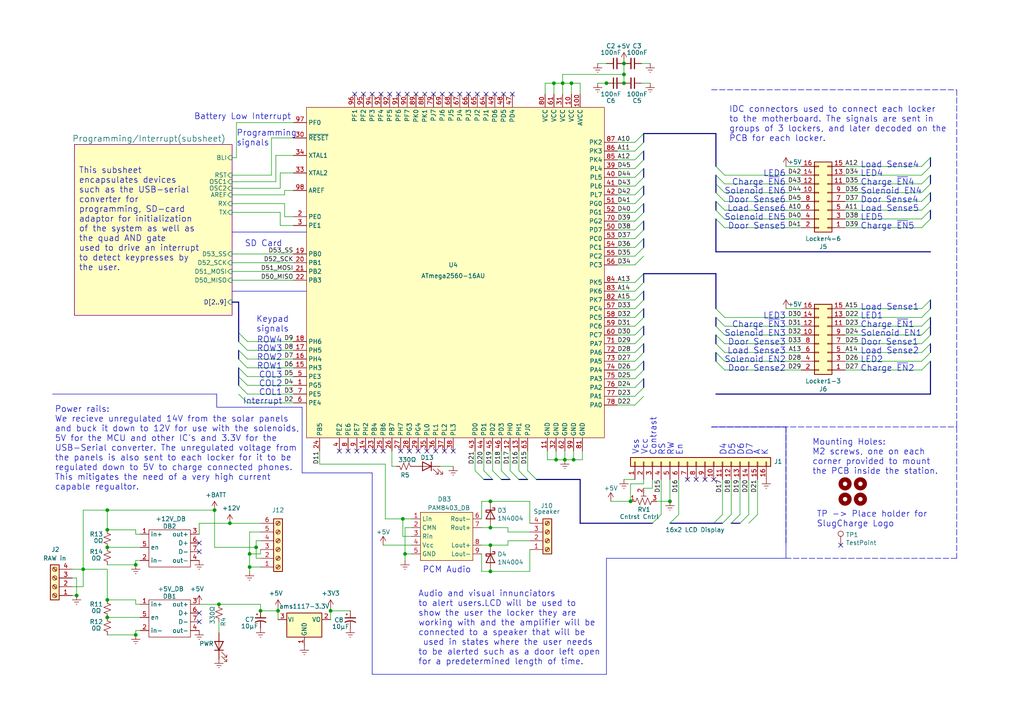
<source format=kicad_sch>
(kicad_sch (version 20200512) (host eeschema "(5.99.0-1662-g9db296991)")
  (page 1 2)
  (paper "A4")
  (title_block (title "SlughCharge Motherboard") (date "2020-05-23") (rev "4.1") (company "SlugCharge") (comment 1 "Engineer: Aditya Sehgal"))
  (junction (at 22.225 172.72))
  (junction (at 24.13 165.1))
  (junction (at 31.115 147.955))
  (junction (at 31.115 153.67))
  (junction (at 31.115 158.75))
  (junction (at 31.115 173.99))
  (junction (at 31.115 179.07))
  (junction (at 39.37 163.83))
  (junction (at 39.37 184.15))
  (junction (at 62.23 147.955))
  (junction (at 63.5 175.26))
  (junction (at 66.675 151.765))
  (junction (at 72.39 160.655))
  (junction (at 72.39 164.465))
  (junction (at 74.295 158.75))
  (junction (at 75.565 177.165))
  (junction (at 80.645 177.165))
  (junction (at 95.885 177.165))
  (junction (at 116.84 150.495))
  (junction (at 117.475 160.655))
  (junction (at 142.24 145.415))
  (junction (at 142.24 153.035))
  (junction (at 142.24 158.115))
  (junction (at 142.24 165.735))
  (junction (at 160.655 24.13))
  (junction (at 161.29 133.35))
  (junction (at 163.195 24.13))
  (junction (at 163.83 133.35))
  (junction (at 165.735 24.13))
  (junction (at 166.37 133.35))
  (junction (at 175.895 24.13))
  (junction (at 180.975 18.415))
  (junction (at 180.975 21.59))
  (junction (at 180.975 24.13))
  (junction (at 182.88 145.415))
  (junction (at 194.31 145.415))
  (no_connect (at 199.39 139.065))
  (no_connect (at 103.505 130.81))
  (no_connect (at 110.49 27.305))
  (no_connect (at 123.19 27.305))
  (no_connect (at 121.285 130.81))
  (no_connect (at 113.03 27.305))
  (no_connect (at 125.73 27.305))
  (no_connect (at 105.41 27.305))
  (no_connect (at 57.785 160.02))
  (no_connect (at 143.51 27.305))
  (no_connect (at 135.89 27.305))
  (no_connect (at 243.84 158.115))
  (no_connect (at 57.785 177.8))
  (no_connect (at 207.01 139.065))
  (no_connect (at 106.045 130.81))
  (no_connect (at 140.97 27.305))
  (no_connect (at 138.43 27.305))
  (no_connect (at 118.11 27.305))
  (no_connect (at 120.65 27.305))
  (no_connect (at 102.87 27.305))
  (no_connect (at 115.57 27.305))
  (no_connect (at 118.745 130.81))
  (no_connect (at 131.445 130.81))
  (no_connect (at 204.47 139.065))
  (no_connect (at 128.27 27.305))
  (no_connect (at 107.95 27.305))
  (no_connect (at 146.05 27.305))
  (no_connect (at 116.205 130.81))
  (no_connect (at 100.965 130.81))
  (no_connect (at 108.585 130.81))
  (no_connect (at 130.81 27.305))
  (no_connect (at 201.93 139.065))
  (no_connect (at 133.35 27.305))
  (no_connect (at 57.785 180.34))
  (no_connect (at 123.825 130.81))
  (no_connect (at 57.785 157.48))
  (no_connect (at 126.365 130.81))
  (no_connect (at 111.125 130.81))
  (no_connect (at 148.59 27.305))
  (no_connect (at 98.425 130.81))
  (no_connect (at 128.905 130.81))
  (bus_entry (at 69.215 96.52) (size 2.54 2.54))
  (bus_entry (at 71.755 101.6) (size -2.54 -2.54))
  (bus_entry (at 71.755 104.14) (size -2.54 -2.54))
  (bus_entry (at 71.755 106.68) (size -2.54 -2.54))
  (bus_entry (at 71.755 109.22) (size -2.54 -2.54))
  (bus_entry (at 71.755 111.76) (size -2.54 -2.54))
  (bus_entry (at 71.755 114.3) (size -2.54 -2.54))
  (bus_entry (at 71.755 116.84) (size -2.54 -2.54))
  (bus_entry (at 140.335 139.065) (size -2.54 -2.54))
  (bus_entry (at 142.875 139.065) (size -2.54 -2.54))
  (bus_entry (at 145.415 139.065) (size -2.54 -2.54))
  (bus_entry (at 147.955 139.065) (size -2.54 -2.54))
  (bus_entry (at 150.495 139.065) (size -2.54 -2.54))
  (bus_entry (at 153.035 139.065) (size -2.54 -2.54))
  (bus_entry (at 155.575 139.065) (size -2.54 -2.54))
  (bus_entry (at 184.15 41.275) (size 2.54 -2.54))
  (bus_entry (at 184.15 43.815) (size 2.54 -2.54))
  (bus_entry (at 184.15 46.355) (size 2.54 -2.54))
  (bus_entry (at 184.15 48.895) (size 2.54 -2.54))
  (bus_entry (at 184.15 51.435) (size 2.54 -2.54))
  (bus_entry (at 184.15 53.975) (size 2.54 -2.54))
  (bus_entry (at 184.15 56.515) (size 2.54 -2.54))
  (bus_entry (at 184.15 59.055) (size 2.54 -2.54))
  (bus_entry (at 184.15 61.595) (size 2.54 -2.54))
  (bus_entry (at 184.15 64.135) (size 2.54 -2.54))
  (bus_entry (at 184.15 66.675) (size 2.54 -2.54))
  (bus_entry (at 184.15 69.215) (size 2.54 -2.54))
  (bus_entry (at 184.15 71.755) (size 2.54 -2.54))
  (bus_entry (at 184.15 74.295) (size 2.54 -2.54))
  (bus_entry (at 184.15 76.835) (size 2.54 -2.54))
  (bus_entry (at 184.15 81.915) (size 2.54 -2.54))
  (bus_entry (at 184.15 84.455) (size 2.54 -2.54))
  (bus_entry (at 184.15 86.995) (size 2.54 -2.54))
  (bus_entry (at 184.15 89.535) (size 2.54 -2.54))
  (bus_entry (at 184.15 92.075) (size 2.54 -2.54))
  (bus_entry (at 184.15 94.615) (size 2.54 -2.54))
  (bus_entry (at 184.15 97.155) (size 2.54 -2.54))
  (bus_entry (at 184.15 99.695) (size 2.54 -2.54))
  (bus_entry (at 184.15 102.235) (size 2.54 -2.54))
  (bus_entry (at 184.15 104.775) (size 2.54 -2.54))
  (bus_entry (at 184.15 107.315) (size 2.54 -2.54))
  (bus_entry (at 184.15 109.855) (size 2.54 -2.54))
  (bus_entry (at 184.15 112.395) (size 2.54 -2.54))
  (bus_entry (at 184.15 114.935) (size 2.54 -2.54))
  (bus_entry (at 184.15 117.475) (size 2.54 -2.54))
  (bus_entry (at 189.23 151.765) (size 2.54 -2.54))
  (bus_entry (at 194.31 151.765) (size 2.54 -2.54))
  (bus_entry (at 207.01 151.765) (size 2.54 -2.54))
  (bus_entry (at 209.55 151.765) (size 2.54 -2.54))
  (bus_entry (at 210.185 50.8) (size -2.54 -2.54))
  (bus_entry (at 210.185 53.34) (size -2.54 -2.54))
  (bus_entry (at 210.185 55.88) (size -2.54 -2.54))
  (bus_entry (at 210.185 58.42) (size -2.54 -2.54))
  (bus_entry (at 210.185 60.96) (size -2.54 -2.54))
  (bus_entry (at 210.185 63.5) (size -2.54 -2.54))
  (bus_entry (at 210.185 66.04) (size -2.54 -2.54))
  (bus_entry (at 210.185 92.075) (size -2.54 -2.54))
  (bus_entry (at 210.185 94.615) (size -2.54 -2.54))
  (bus_entry (at 210.185 97.155) (size -2.54 -2.54))
  (bus_entry (at 210.185 99.695) (size -2.54 -2.54))
  (bus_entry (at 210.185 102.235) (size -2.54 -2.54))
  (bus_entry (at 210.185 104.775) (size -2.54 -2.54))
  (bus_entry (at 210.185 107.315) (size -2.54 -2.54))
  (bus_entry (at 212.09 151.765) (size 2.54 -2.54))
  (bus_entry (at 214.63 151.765) (size 2.54 -2.54))
  (bus_entry (at 217.17 151.765) (size 2.54 -2.54))
  (bus_entry (at 267.335 48.26) (size 2.54 -2.54))
  (bus_entry (at 267.335 50.8) (size 2.54 -2.54))
  (bus_entry (at 267.335 53.34) (size 2.54 -2.54))
  (bus_entry (at 267.335 55.88) (size 2.54 -2.54))
  (bus_entry (at 267.335 58.42) (size 2.54 -2.54))
  (bus_entry (at 267.335 60.96) (size 2.54 -2.54))
  (bus_entry (at 267.335 63.5) (size 2.54 -2.54))
  (bus_entry (at 267.335 66.04) (size 2.54 -2.54))
  (bus_entry (at 267.335 89.535) (size 2.54 -2.54))
  (bus_entry (at 267.335 92.075) (size 2.54 -2.54))
  (bus_entry (at 267.335 94.615) (size 2.54 -2.54))
  (bus_entry (at 267.335 97.155) (size 2.54 -2.54))
  (bus_entry (at 267.335 99.695) (size 2.54 -2.54))
  (bus_entry (at 267.335 102.235) (size 2.54 -2.54))
  (bus_entry (at 267.335 104.775) (size 2.54 -2.54))
  (bus_entry (at 267.335 107.315) (size 2.54 -2.54))
  (wire (pts (xy 20.955 165.1) (xy 24.13 165.1)))
  (wire (pts (xy 20.955 167.64) (xy 22.225 167.64)))
  (wire (pts (xy 20.955 170.18) (xy 24.13 170.18)))
  (wire (pts (xy 22.225 167.64) (xy 22.225 172.72)))
  (wire (pts (xy 22.225 172.72) (xy 20.955 172.72)))
  (wire (pts (xy 24.13 147.955) (xy 24.13 165.1)))
  (wire (pts (xy 24.13 165.1) (xy 24.13 170.18)))
  (wire (pts (xy 24.13 165.1) (xy 31.115 165.1)))
  (wire (pts (xy 31.115 147.955) (xy 24.13 147.955)))
  (wire (pts (xy 31.115 147.955) (xy 31.115 153.67)))
  (wire (pts (xy 31.115 147.955) (xy 62.23 147.955)))
  (wire (pts (xy 31.115 153.67) (xy 39.37 153.67)))
  (wire (pts (xy 31.115 163.83) (xy 39.37 163.83)))
  (wire (pts (xy 31.115 165.1) (xy 31.115 173.99)))
  (wire (pts (xy 31.115 173.99) (xy 39.37 173.99)))
  (wire (pts (xy 31.115 184.15) (xy 39.37 184.15)))
  (wire (pts (xy 39.37 153.67) (xy 39.37 154.94)))
  (wire (pts (xy 39.37 154.94) (xy 40.64 154.94)))
  (wire (pts (xy 39.37 162.56) (xy 40.64 162.56)))
  (wire (pts (xy 39.37 163.83) (xy 39.37 162.56)))
  (wire (pts (xy 39.37 173.99) (xy 39.37 175.26)))
  (wire (pts (xy 39.37 175.26) (xy 40.64 175.26)))
  (wire (pts (xy 39.37 182.88) (xy 39.37 184.15)))
  (wire (pts (xy 40.64 158.75) (xy 31.115 158.75)))
  (wire (pts (xy 40.64 179.07) (xy 31.115 179.07)))
  (wire (pts (xy 40.64 182.88) (xy 39.37 182.88)))
  (wire (pts (xy 57.785 151.765) (xy 57.785 154.94)))
  (wire (pts (xy 57.785 151.765) (xy 66.675 151.765)))
  (wire (pts (xy 57.785 175.26) (xy 63.5 175.26)))
  (wire (pts (xy 62.23 158.75) (xy 62.23 147.955)))
  (wire (pts (xy 62.23 158.75) (xy 74.295 158.75)))
  (wire (pts (xy 63.5 180.34) (xy 63.5 183.515)))
  (wire (pts (xy 66.675 151.765) (xy 75.565 151.765)))
  (wire (pts (xy 67.31 45.72) (xy 68.58 45.72)))
  (wire (pts (xy 67.31 50.8) (xy 78.74 50.8)))
  (wire (pts (xy 67.31 52.705) (xy 80.01 52.705)))
  (wire (pts (xy 67.31 54.61) (xy 81.28 54.61)))
  (wire (pts (xy 67.31 56.515) (xy 82.55 56.515)))
  (wire (pts (xy 67.31 59.055) (xy 82.55 59.055)))
  (wire (pts (xy 67.31 61.595) (xy 81.28 61.595)))
  (wire (pts (xy 67.31 73.66) (xy 85.09 73.66)))
  (wire (pts (xy 67.31 76.2) (xy 85.09 76.2)))
  (wire (pts (xy 67.31 78.74) (xy 85.09 78.74)))
  (wire (pts (xy 67.31 81.28) (xy 85.09 81.28)))
  (wire (pts (xy 68.58 35.56) (xy 85.09 35.56)))
  (wire (pts (xy 68.58 45.72) (xy 68.58 35.56)))
  (wire (pts (xy 71.755 99.06) (xy 85.09 99.06)))
  (wire (pts (xy 71.755 101.6) (xy 85.09 101.6)))
  (wire (pts (xy 71.755 104.14) (xy 85.09 104.14)))
  (wire (pts (xy 71.755 106.68) (xy 85.09 106.68)))
  (wire (pts (xy 71.755 109.22) (xy 85.09 109.22)))
  (wire (pts (xy 71.755 111.76) (xy 85.09 111.76)))
  (wire (pts (xy 71.755 114.3) (xy 85.09 114.3)))
  (wire (pts (xy 71.755 116.84) (xy 85.09 116.84)))
  (wire (pts (xy 72.39 154.305) (xy 75.565 154.305)))
  (wire (pts (xy 72.39 160.655) (xy 72.39 154.305)))
  (wire (pts (xy 72.39 164.465) (xy 72.39 160.655)))
  (wire (pts (xy 72.39 164.465) (xy 72.39 165.735)))
  (wire (pts (xy 74.295 156.845) (xy 74.295 158.75)))
  (wire (pts (xy 74.295 158.75) (xy 74.295 161.925)))
  (wire (pts (xy 74.295 161.925) (xy 75.565 161.925)))
  (wire (pts (xy 75.565 156.845) (xy 74.295 156.845)))
  (wire (pts (xy 75.565 159.385) (xy 75.565 160.655)))
  (wire (pts (xy 75.565 160.655) (xy 72.39 160.655)))
  (wire (pts (xy 75.565 164.465) (xy 72.39 164.465)))
  (wire (pts (xy 75.565 175.26) (xy 63.5 175.26)))
  (wire (pts (xy 75.565 177.165) (xy 75.565 175.26)))
  (wire (pts (xy 75.565 177.165) (xy 80.645 177.165)))
  (wire (pts (xy 78.74 40.005) (xy 85.09 40.005)))
  (wire (pts (xy 78.74 50.8) (xy 78.74 40.005)))
  (wire (pts (xy 80.01 45.085) (xy 85.09 45.085)))
  (wire (pts (xy 80.01 52.705) (xy 80.01 45.085)))
  (wire (pts (xy 80.645 176.53) (xy 80.645 177.165)))
  (wire (pts (xy 80.645 177.165) (xy 80.645 179.705)))
  (wire (pts (xy 81.28 50.165) (xy 85.09 50.165)))
  (wire (pts (xy 81.28 54.61) (xy 81.28 50.165)))
  (wire (pts (xy 81.28 61.595) (xy 81.28 65.405)))
  (wire (pts (xy 81.28 65.405) (xy 85.09 65.405)))
  (wire (pts (xy 82.55 55.245) (xy 85.09 55.245)))
  (wire (pts (xy 82.55 56.515) (xy 82.55 55.245)))
  (wire (pts (xy 82.55 59.055) (xy 82.55 62.865)))
  (wire (pts (xy 82.55 62.865) (xy 85.09 62.865)))
  (wire (pts (xy 92.71 134.62) (xy 92.71 130.81)))
  (wire (pts (xy 95.885 176.53) (xy 95.885 177.165)))
  (wire (pts (xy 95.885 177.165) (xy 95.885 179.705)))
  (wire (pts (xy 95.885 177.165) (xy 101.6 177.165)))
  (wire (pts (xy 111.125 158.115) (xy 119.38 158.115)))
  (wire (pts (xy 111.76 134.62) (xy 92.71 134.62)))
  (wire (pts (xy 111.76 150.495) (xy 111.76 134.62)))
  (wire (pts (xy 113.665 130.81) (xy 113.665 135.255)))
  (wire (pts (xy 113.665 135.255) (xy 114.935 135.255)))
  (wire (pts (xy 116.84 150.495) (xy 111.76 150.495)))
  (wire (pts (xy 116.84 150.495) (xy 116.84 155.575)))
  (wire (pts (xy 116.84 150.495) (xy 119.38 150.495)))
  (wire (pts (xy 116.84 155.575) (xy 119.38 155.575)))
  (wire (pts (xy 117.475 153.035) (xy 119.38 153.035)))
  (wire (pts (xy 117.475 160.655) (xy 117.475 153.035)))
  (wire (pts (xy 117.475 162.56) (xy 117.475 160.655)))
  (wire (pts (xy 119.38 160.655) (xy 117.475 160.655)))
  (wire (pts (xy 127.635 135.255) (xy 131.445 135.255)))
  (wire (pts (xy 137.795 130.81) (xy 137.795 136.525)))
  (wire (pts (xy 139.7 145.415) (xy 139.7 150.495)))
  (wire (pts (xy 139.7 153.035) (xy 142.24 153.035)))
  (wire (pts (xy 139.7 160.655) (xy 139.7 165.735)))
  (wire (pts (xy 139.7 165.735) (xy 142.24 165.735)))
  (wire (pts (xy 140.335 130.81) (xy 140.335 136.525)))
  (wire (pts (xy 142.24 145.415) (xy 139.7 145.415)))
  (wire (pts (xy 142.24 145.415) (xy 153.67 145.415)))
  (wire (pts (xy 142.24 153.035) (xy 147.32 153.035)))
  (wire (pts (xy 142.24 158.115) (xy 139.7 158.115)))
  (wire (pts (xy 142.24 158.115) (xy 147.32 158.115)))
  (wire (pts (xy 142.875 130.81) (xy 142.875 136.525)))
  (wire (pts (xy 145.415 130.81) (xy 145.415 136.525)))
  (wire (pts (xy 147.32 153.035) (xy 147.32 154.305)))
  (wire (pts (xy 147.32 154.305) (xy 153.67 154.305)))
  (wire (pts (xy 147.32 156.845) (xy 153.67 156.845)))
  (wire (pts (xy 147.32 158.115) (xy 147.32 156.845)))
  (wire (pts (xy 147.955 130.81) (xy 147.955 136.525)))
  (wire (pts (xy 150.495 130.81) (xy 150.495 136.525)))
  (wire (pts (xy 153.035 130.81) (xy 153.035 136.525)))
  (wire (pts (xy 153.67 145.415) (xy 153.67 151.765)))
  (wire (pts (xy 153.67 165.735) (xy 142.24 165.735)))
  (wire (pts (xy 153.67 165.735) (xy 153.67 159.385)))
  (wire (pts (xy 158.115 24.13) (xy 158.115 27.305)))
  (wire (pts (xy 158.115 24.13) (xy 160.655 24.13)))
  (wire (pts (xy 158.75 133.35) (xy 158.75 130.81)))
  (wire (pts (xy 160.655 24.13) (xy 160.655 27.305)))
  (wire (pts (xy 160.655 24.13) (xy 163.195 24.13)))
  (wire (pts (xy 161.29 130.81) (xy 161.29 133.35)))
  (wire (pts (xy 161.29 133.35) (xy 158.75 133.35)))
  (wire (pts (xy 163.195 21.59) (xy 163.195 24.13)))
  (wire (pts (xy 163.195 24.13) (xy 163.195 27.305)))
  (wire (pts (xy 163.195 24.13) (xy 165.735 24.13)))
  (wire (pts (xy 163.83 130.81) (xy 163.83 133.35)))
  (wire (pts (xy 163.83 133.35) (xy 161.29 133.35)))
  (wire (pts (xy 163.83 133.35) (xy 166.37 133.35)))
  (wire (pts (xy 165.735 24.13) (xy 165.735 27.305)))
  (wire (pts (xy 165.735 24.13) (xy 168.275 24.13)))
  (wire (pts (xy 166.37 130.81) (xy 166.37 133.35)))
  (wire (pts (xy 166.37 133.35) (xy 168.91 133.35)))
  (wire (pts (xy 168.275 24.13) (xy 168.275 27.305)))
  (wire (pts (xy 168.91 130.81) (xy 168.91 133.35)))
  (wire (pts (xy 175.895 18.415) (xy 173.355 18.415)))
  (wire (pts (xy 175.895 24.13) (xy 173.355 24.13)))
  (wire (pts (xy 177.165 145.415) (xy 182.88 145.415)))
  (wire (pts (xy 179.07 41.275) (xy 184.15 41.275)))
  (wire (pts (xy 179.07 43.815) (xy 184.15 43.815)))
  (wire (pts (xy 179.07 46.355) (xy 184.15 46.355)))
  (wire (pts (xy 179.07 48.895) (xy 184.15 48.895)))
  (wire (pts (xy 179.07 51.435) (xy 184.15 51.435)))
  (wire (pts (xy 179.07 53.975) (xy 184.15 53.975)))
  (wire (pts (xy 179.07 56.515) (xy 184.15 56.515)))
  (wire (pts (xy 179.07 59.055) (xy 184.15 59.055)))
  (wire (pts (xy 179.07 61.595) (xy 184.15 61.595)))
  (wire (pts (xy 179.07 64.135) (xy 184.15 64.135)))
  (wire (pts (xy 179.07 66.675) (xy 184.15 66.675)))
  (wire (pts (xy 179.07 69.215) (xy 184.15 69.215)))
  (wire (pts (xy 179.07 71.755) (xy 184.15 71.755)))
  (wire (pts (xy 179.07 74.295) (xy 184.15 74.295)))
  (wire (pts (xy 179.07 76.835) (xy 184.15 76.835)))
  (wire (pts (xy 179.07 81.915) (xy 184.15 81.915)))
  (wire (pts (xy 179.07 84.455) (xy 184.15 84.455)))
  (wire (pts (xy 179.07 86.995) (xy 184.15 86.995)))
  (wire (pts (xy 179.07 89.535) (xy 184.15 89.535)))
  (wire (pts (xy 179.07 92.075) (xy 184.15 92.075)))
  (wire (pts (xy 179.07 94.615) (xy 184.15 94.615)))
  (wire (pts (xy 179.07 97.155) (xy 184.15 97.155)))
  (wire (pts (xy 179.07 99.695) (xy 184.15 99.695)))
  (wire (pts (xy 179.07 102.235) (xy 184.15 102.235)))
  (wire (pts (xy 179.07 104.775) (xy 184.15 104.775)))
  (wire (pts (xy 179.07 107.315) (xy 184.15 107.315)))
  (wire (pts (xy 179.07 109.855) (xy 184.15 109.855)))
  (wire (pts (xy 179.07 112.395) (xy 184.15 112.395)))
  (wire (pts (xy 179.07 114.935) (xy 184.15 114.935)))
  (wire (pts (xy 179.07 117.475) (xy 184.15 117.475)))
  (wire (pts (xy 180.975 17.78) (xy 180.975 18.415)))
  (wire (pts (xy 180.975 18.415) (xy 180.975 21.59)))
  (wire (pts (xy 180.975 21.59) (xy 163.195 21.59)))
  (wire (pts (xy 180.975 21.59) (xy 180.975 24.13)))
  (wire (pts (xy 180.975 24.13) (xy 175.895 24.13)))
  (wire (pts (xy 180.975 139.065) (xy 184.15 139.065)))
  (wire (pts (xy 182.88 140.335) (xy 182.88 145.415)))
  (wire (pts (xy 186.055 18.415) (xy 188.595 18.415)))
  (wire (pts (xy 186.055 24.13) (xy 188.595 24.13)))
  (wire (pts (xy 186.69 139.065) (xy 186.69 140.335)))
  (wire (pts (xy 186.69 140.335) (xy 182.88 140.335)))
  (wire (pts (xy 186.69 141.605) (xy 189.23 141.605)))
  (wire (pts (xy 189.23 141.605) (xy 189.23 139.065)))
  (wire (pts (xy 190.5 145.415) (xy 194.31 145.415)))
  (wire (pts (xy 191.77 139.065) (xy 191.77 149.225)))
  (wire (pts (xy 194.31 139.065) (xy 194.31 145.415)))
  (wire (pts (xy 196.85 139.065) (xy 196.85 149.225)))
  (wire (pts (xy 209.55 139.065) (xy 209.55 149.225)))
  (wire (pts (xy 210.185 50.8) (xy 232.41 50.8)))
  (wire (pts (xy 210.185 53.34) (xy 232.41 53.34)))
  (wire (pts (xy 210.185 55.88) (xy 232.41 55.88)))
  (wire (pts (xy 210.185 58.42) (xy 232.41 58.42)))
  (wire (pts (xy 210.185 60.96) (xy 232.41 60.96)))
  (wire (pts (xy 210.185 63.5) (xy 232.41 63.5)))
  (wire (pts (xy 210.185 66.04) (xy 232.41 66.04)))
  (wire (pts (xy 210.185 92.075) (xy 232.41 92.075)))
  (wire (pts (xy 210.185 94.615) (xy 232.41 94.615)))
  (wire (pts (xy 210.185 97.155) (xy 232.41 97.155)))
  (wire (pts (xy 210.185 99.695) (xy 232.41 99.695)))
  (wire (pts (xy 210.185 102.235) (xy 232.41 102.235)))
  (wire (pts (xy 210.185 104.775) (xy 232.41 104.775)))
  (wire (pts (xy 210.185 107.315) (xy 232.41 107.315)))
  (wire (pts (xy 212.09 139.065) (xy 212.09 149.225)))
  (wire (pts (xy 214.63 139.065) (xy 214.63 149.225)))
  (wire (pts (xy 217.17 139.065) (xy 217.17 149.225)))
  (wire (pts (xy 219.71 139.065) (xy 219.71 149.225)))
  (wire (pts (xy 227.965 48.26) (xy 232.41 48.26)))
  (wire (pts (xy 227.965 89.535) (xy 232.41 89.535)))
  (wire (pts (xy 245.11 48.26) (xy 267.335 48.26)))
  (wire (pts (xy 245.11 50.8) (xy 267.335 50.8)))
  (wire (pts (xy 245.11 53.34) (xy 267.335 53.34)))
  (wire (pts (xy 245.11 55.88) (xy 267.335 55.88)))
  (wire (pts (xy 245.11 58.42) (xy 267.335 58.42)))
  (wire (pts (xy 245.11 60.96) (xy 267.335 60.96)))
  (wire (pts (xy 245.11 63.5) (xy 267.335 63.5)))
  (wire (pts (xy 245.11 66.04) (xy 267.335 66.04)))
  (wire (pts (xy 245.11 89.535) (xy 267.335 89.535)))
  (wire (pts (xy 245.11 92.075) (xy 267.335 92.075)))
  (wire (pts (xy 245.11 94.615) (xy 267.335 94.615)))
  (wire (pts (xy 245.11 97.155) (xy 267.335 97.155)))
  (wire (pts (xy 245.11 99.695) (xy 267.335 99.695)))
  (wire (pts (xy 245.11 102.235) (xy 267.335 102.235)))
  (wire (pts (xy 245.11 104.775) (xy 267.335 104.775)))
  (wire (pts (xy 245.11 107.315) (xy 267.335 107.315)))
  (bus (pts (xy 69.215 87.63) (xy 67.31 87.63)))
  (bus (pts (xy 69.215 87.63) (xy 69.215 96.52)))
  (bus (pts (xy 69.215 96.52) (xy 69.215 101.6)))
  (bus (pts (xy 69.215 101.6) (xy 69.215 106.68)))
  (bus (pts (xy 69.215 106.68) (xy 69.215 109.22)))
  (bus (pts (xy 69.215 109.22) (xy 69.215 114.3)))
  (bus (pts (xy 140.335 139.065) (xy 145.415 139.065)))
  (bus (pts (xy 145.415 139.065) (xy 150.495 139.065)))
  (bus (pts (xy 150.495 139.065) (xy 155.575 139.065)))
  (bus (pts (xy 155.575 139.065) (xy 168.275 139.065)))
  (bus (pts (xy 168.275 151.765) (xy 168.275 139.065)))
  (bus (pts (xy 168.275 151.765) (xy 194.31 151.765)))
  (bus (pts (xy 186.69 38.735) (xy 186.69 43.815)))
  (bus (pts (xy 186.69 38.735) (xy 207.645 38.735)))
  (bus (pts (xy 186.69 43.815) (xy 186.69 48.895)))
  (bus (pts (xy 186.69 48.895) (xy 186.69 53.975)))
  (bus (pts (xy 186.69 53.975) (xy 186.69 59.055)))
  (bus (pts (xy 186.69 59.055) (xy 186.69 64.135)))
  (bus (pts (xy 186.69 64.135) (xy 186.69 69.215)))
  (bus (pts (xy 186.69 69.215) (xy 186.69 74.295)))
  (bus (pts (xy 186.69 79.375) (xy 186.69 84.455)))
  (bus (pts (xy 186.69 79.375) (xy 207.645 79.375)))
  (bus (pts (xy 186.69 84.455) (xy 186.69 89.535)))
  (bus (pts (xy 186.69 89.535) (xy 186.69 94.615)))
  (bus (pts (xy 186.69 94.615) (xy 186.69 99.695)))
  (bus (pts (xy 186.69 99.695) (xy 186.69 104.775)))
  (bus (pts (xy 186.69 104.775) (xy 186.69 109.855)))
  (bus (pts (xy 186.69 109.855) (xy 186.69 114.935)))
  (bus (pts (xy 194.31 151.765) (xy 207.01 151.765)))
  (bus (pts (xy 207.01 151.765) (xy 212.09 151.765)))
  (bus (pts (xy 207.645 38.735) (xy 207.645 50.8)))
  (bus (pts (xy 207.645 50.8) (xy 207.645 53.34)))
  (bus (pts (xy 207.645 53.34) (xy 207.645 58.42)))
  (bus (pts (xy 207.645 58.42) (xy 207.645 63.5)))
  (bus (pts (xy 207.645 63.5) (xy 207.645 73.025)))
  (bus (pts (xy 207.645 73.025) (xy 269.875 73.025)))
  (bus (pts (xy 207.645 79.375) (xy 207.645 92.075)))
  (bus (pts (xy 207.645 92.075) (xy 207.645 97.155)))
  (bus (pts (xy 207.645 97.155) (xy 207.645 102.235)))
  (bus (pts (xy 207.645 102.235) (xy 207.645 114.3)))
  (bus (pts (xy 207.645 114.3) (xy 269.875 114.3)))
  (bus (pts (xy 212.09 151.765) (xy 217.17 151.765)))
  (bus (pts (xy 269.875 45.72) (xy 269.875 50.8)))
  (bus (pts (xy 269.875 50.8) (xy 269.875 55.88)))
  (bus (pts (xy 269.875 55.88) (xy 269.875 60.96)))
  (bus (pts (xy 269.875 60.96) (xy 269.875 73.025)))
  (bus (pts (xy 269.875 86.995) (xy 269.875 92.075)))
  (bus (pts (xy 269.875 92.075) (xy 269.875 94.615)))
  (bus (pts (xy 269.875 94.615) (xy 269.875 99.695)))
  (bus (pts (xy 269.875 99.695) (xy 269.875 104.775)))
  (bus (pts (xy 269.875 104.775) (xy 269.875 114.3)))
  (polyline (pts (xy 15.24 114.3) (xy 62.865 114.3)))
  (polyline (pts (xy 62.865 114.3) (xy 62.865 118.11)))
  (polyline (pts (xy 62.865 118.11) (xy 75.565 118.11)))
  (polyline (pts (xy 67.31 67.31) (xy 88.9 67.31)))
  (polyline (pts (xy 67.31 84.455) (xy 88.9 84.455)))
  (polyline (pts (xy 75.565 118.11) (xy 87.63 118.11)))
  (polyline (pts (xy 87.63 118.11) (xy 87.63 137.16)))
  (polyline (pts (xy 87.63 137.16) (xy 107.95 137.16)))
  (polyline (pts (xy 107.95 137.16) (xy 107.95 195.58)))
  (polyline (pts (xy 107.95 195.58) (xy 175.895 195.58)))
  (polyline (pts (xy 175.895 161.925) (xy 227.965 161.925)))
  (polyline (pts (xy 175.895 195.58) (xy 175.895 161.925)))
  (polyline (pts (xy 206.375 26.035) (xy 277.495 26.035)) (stroke (width 0.1524) (type dash)))
  (polyline (pts (xy 206.375 123.825) (xy 277.495 123.825)) (stroke (width 0.1524) (type dash)))
  (polyline (pts (xy 227.965 123.825) (xy 206.375 123.825)))
  (polyline (pts (xy 227.965 123.825) (xy 227.965 158.115)) (stroke (width 0.1524) (type dash)))
  (polyline (pts (xy 227.965 161.925) (xy 227.965 123.825)))
  (polyline (pts (xy 277.495 26.035) (xy 277.495 123.825)) (stroke (width 0.1524) (type dash)))
  (polyline (pts (xy 277.495 123.825) (xy 277.495 161.925)) (stroke (width 0.1524) (type dash)))
  (polyline (pts (xy 277.495 161.925) (xy 227.965 161.925)) (stroke (width 0.1524) (type dash)))
  (text "Power rails:\nWe recieve unregulated 14V from the solar panels \nand buck it down to 12V for use with the solenoids, \n5V for the MCU and other IC's and 3.3V for the \nUSB-Serial converter. The unregulated voltage from \nthe panels is also sent to each locker for it to be \nregulated down to 5V to charge connected phones. \nThis mitigates the need of a very high current \ncapable regualtor." (at 15.875 142.367 0) (effects (font (size 1.75 1.75)) (justify left bottom)))
  (text "This subsheet \nencapsulates devices \nsuch as the USB-serial \nconverter for \nprogramming, SD-card \nadaptor for initialization \nof the system as well as \nthe quad AND gate \nused to drive an interrupt \nto detect keypresses by \nthe user." (at 22.86 78.74 0) (effects (font (size 1.75 1.75)) (justify left bottom)))
  (text "Programming\nsignals" (at 68.58 42.545 0) (effects (font (size 1.75 1.75)) (justify left bottom)))
  (text "Keypad \nsignals" (at 74.295 96.52 0) (effects (font (size 1.75 1.75)) (justify left bottom)))
  (text "SD Card" (at 81.915 71.755 180) (effects (font (size 1.75 1.75)) (justify right bottom)))
  (text "ROW4" (at 81.915 99.695 180) (effects (font (size 1.75 1.75)) (justify right bottom)))
  (text "ROW3" (at 81.915 102.235 180) (effects (font (size 1.75 1.75)) (justify right bottom)))
  (text "ROW2" (at 81.915 104.775 180) (effects (font (size 1.75 1.75)) (justify right bottom)))
  (text "ROW1" (at 81.915 107.315 180) (effects (font (size 1.75 1.75)) (justify right bottom)))
  (text "COL3" (at 81.915 109.855 180) (effects (font (size 1.75 1.75)) (justify right bottom)))
  (text "COL2" (at 81.915 112.395 180) (effects (font (size 1.75 1.75)) (justify right bottom)))
  (text "COL1" (at 81.915 114.935 180) (effects (font (size 1.75 1.75)) (justify right bottom)))
  (text "Interrupt" (at 81.915 117.475 180) (effects (font (size 1.75 1.75)) (justify right bottom)))
  (text "Battery Low Interrupt" (at 84.455 34.925 180) (effects (font (size 1.75 1.75)) (justify right bottom)))
  (text "Audio and visual innunciators \nto alert users.LCD will be used to \nshow the user the locker they are \nworking with and the amplifier will be \nconnected to a speaker that will be\n used in states where the user needs \nto be alerted such as a door left open \nfor a predetermined length of time." (at 121.285 193.04 0) (effects (font (size 1.75 1.75)) (justify left bottom)))
  (text "PCM Audio" (at 122.555 166.37 0) (effects (font (size 1.75 1.75)) (justify left bottom)))
  (text "Vss" (at 185.42 131.953 90) (effects (font (size 1.75 1.75)) (justify left bottom)))
  (text "Vcc" (at 187.96 131.953 90) (effects (font (size 1.75 1.75)) (justify left bottom)))
  (text "Contrast" (at 190.5 132.207 90) (effects (font (size 1.75 1.75)) (justify left bottom)))
  (text "RS" (at 193.04 132.207 90) (effects (font (size 1.75 1.75)) (justify left bottom)))
  (text "RW" (at 195.58 132.207 90) (effects (font (size 1.75 1.75)) (justify left bottom)))
  (text "En" (at 198.12 132.207 90) (effects (font (size 1.75 1.75)) (justify left bottom)))
  (text "D4" (at 210.82 132.207 90) (effects (font (size 1.75 1.75)) (justify left bottom)))
  (text "IDC connectors used to connect each locker \nto the motherboard. The signals are sent in \ngroups of 3 lockers, and later decoded on the \nPCB for each locker." (at 211.455 41.275 0) (effects (font (size 1.75 1.75)) (justify left bottom)))
  (text "D5" (at 213.36 132.207 90) (effects (font (size 1.75 1.75)) (justify left bottom)))
  (text "D6" (at 215.9 132.207 90) (effects (font (size 1.75 1.75)) (justify left bottom)))
  (text "D7" (at 218.44 132.207 90) (effects (font (size 1.75 1.75)) (justify left bottom)))
  (text "A" (at 220.599 132.08 90) (effects (font (size 1.75 1.75)) (justify left bottom)))
  (text "K" (at 222.885 132.207 90) (effects (font (size 1.75 1.75)) (justify left bottom)))
  (text "LED6" (at 227.965 51.435 180) (effects (font (size 1.75 1.75)) (justify right bottom)))
  (text "Charge ~EN~6" (at 227.965 53.975 180) (effects (font (size 1.75 1.75)) (justify right bottom)))
  (text "Solenoid EN6" (at 227.965 56.515 180) (effects (font (size 1.75 1.75)) (justify right bottom)))
  (text "Door Sense6" (at 227.965 59.055 180) (effects (font (size 1.75 1.75)) (justify right bottom)))
  (text "Load Sense6" (at 227.965 61.595 180) (effects (font (size 1.75 1.75)) (justify right bottom)))
  (text "Solenoid EN5" (at 227.965 64.135 180) (effects (font (size 1.75 1.75)) (justify right bottom)))
  (text "Door Sense5" (at 227.965 66.675 180) (effects (font (size 1.75 1.75)) (justify right bottom)))
  (text "LED3" (at 227.965 92.71 180) (effects (font (size 1.75 1.75)) (justify right bottom)))
  (text "Charge ~EN~3" (at 227.965 95.25 180) (effects (font (size 1.75 1.75)) (justify right bottom)))
  (text "Solenoid EN3" (at 227.965 97.79 180) (effects (font (size 1.75 1.75)) (justify right bottom)))
  (text "Door Sense3" (at 227.965 100.33 180) (effects (font (size 1.75 1.75)) (justify right bottom)))
  (text "Load Sense3" (at 227.965 102.87 180) (effects (font (size 1.75 1.75)) (justify right bottom)))
  (text "Solenoid EN2" (at 227.965 105.41 180) (effects (font (size 1.75 1.75)) (justify right bottom)))
  (text "Door Sense2" (at 227.965 107.95 180) (effects (font (size 1.75 1.75)) (justify right bottom)))
  (text "Mounting Holes:\nM2 screws, one on each \ncorner provided to mount \nthe PCB inside the station." (at 235.585 137.795 0) (effects (font (size 1.75 1.75)) (justify left bottom)))
  (text "TP -> Place holder for \nSlugCharge Logo" (at 236.855 153.035 0) (effects (font (size 1.75 1.75)) (justify left bottom)))
  (text "Load Sense4" (at 249.555 48.895 0) (effects (font (size 1.75 1.75)) (justify left bottom)))
  (text "LED4" (at 249.555 51.435 0) (effects (font (size 1.75 1.75)) (justify left bottom)))
  (text "Charge ~EN~4" (at 249.555 53.975 0) (effects (font (size 1.75 1.75)) (justify left bottom)))
  (text "Solenoid EN4" (at 249.555 56.515 0) (effects (font (size 1.75 1.75)) (justify left bottom)))
  (text "Door Sense4" (at 249.555 59.055 0) (effects (font (size 1.75 1.75)) (justify left bottom)))
  (text "Load Sense5" (at 249.555 61.595 0) (effects (font (size 1.75 1.75)) (justify left bottom)))
  (text "LED5" (at 249.555 64.135 0) (effects (font (size 1.75 1.75)) (justify left bottom)))
  (text "Charge ~EN~5" (at 249.555 66.675 0) (effects (font (size 1.75 1.75)) (justify left bottom)))
  (text "Load Sense1" (at 249.555 90.17 0) (effects (font (size 1.75 1.75)) (justify left bottom)))
  (text "LED1" (at 249.555 92.71 0) (effects (font (size 1.75 1.75)) (justify left bottom)))
  (text "Charge ~EN~1" (at 249.555 95.25 0) (effects (font (size 1.75 1.75)) (justify left bottom)))
  (text "Solenoid EN1" (at 249.555 97.79 0) (effects (font (size 1.75 1.75)) (justify left bottom)))
  (text "Door Sense1" (at 249.555 100.33 0) (effects (font (size 1.75 1.75)) (justify left bottom)))
  (text "Load Sense2" (at 249.555 102.87 0) (effects (font (size 1.75 1.75)) (justify left bottom)))
  (text "LED2" (at 249.555 105.41 0) (effects (font (size 1.75 1.75)) (justify left bottom)))
  (text "Charge ~EN~2" (at 249.555 107.95 0) (effects (font (size 1.75 1.75)) (justify left bottom)))
  (label "D53_SS" (at 85.09 73.66 180))
  (label "D52_SCK" (at 85.09 76.2 180))
  (label "D51_MOSI" (at 85.09 78.74 180))
  (label "D50_MISO" (at 85.09 81.28 180))
  (label "D9" (at 85.09 99.06 180))
  (label "D8" (at 85.09 101.6 180))
  (label "D7" (at 85.09 104.14 180))
  (label "D6" (at 85.09 106.68 180))
  (label "D5" (at 85.09 109.22 180))
  (label "D4" (at 85.09 111.76 180))
  (label "D3" (at 85.09 114.3 180))
  (label "D2" (at 85.09 116.84 180))
  (label "D11" (at 92.71 130.81 270))
  (label "D21" (at 137.795 130.81 270))
  (label "D20" (at 140.335 130.81 270))
  (label "D19" (at 142.875 130.81 270))
  (label "D18" (at 145.415 130.81 270))
  (label "D17" (at 147.955 130.81 270))
  (label "D16" (at 150.495 130.81 270))
  (label "D15" (at 153.035 130.81 270))
  (label "A10" (at 179.07 41.275 0))
  (label "A11" (at 179.07 43.815 0))
  (label "A12" (at 179.07 46.355 0))
  (label "D45" (at 179.07 48.895 0))
  (label "D44" (at 179.07 51.435 0))
  (label "D43" (at 179.07 53.975 0))
  (label "D42" (at 179.07 56.515 0))
  (label "D41" (at 179.07 59.055 0))
  (label "D40" (at 179.07 61.595 0))
  (label "D39" (at 179.07 64.135 0))
  (label "D38" (at 179.07 66.675 0))
  (label "D37" (at 179.07 69.215 0))
  (label "D36" (at 179.07 71.755 0))
  (label "D35" (at 179.07 74.295 0))
  (label "D34" (at 179.07 76.835 0))
  (label "A13" (at 179.07 81.915 0))
  (label "A14" (at 179.07 84.455 0))
  (label "A15" (at 179.07 86.995 0))
  (label "D33" (at 179.07 89.535 0))
  (label "D32" (at 179.07 92.075 0))
  (label "D31" (at 179.07 94.615 0))
  (label "D30" (at 179.07 97.155 0))
  (label "D29" (at 179.07 99.695 0))
  (label "D28" (at 179.07 102.235 0))
  (label "D27" (at 179.07 104.775 0))
  (label "D26" (at 179.07 107.315 0))
  (label "D25" (at 179.07 109.855 0))
  (label "D24" (at 179.07 112.395 0))
  (label "D23" (at 179.07 114.935 0))
  (label "D22" (at 179.07 117.475 0))
  (label "D15" (at 191.77 139.065 270))
  (label "D16" (at 196.85 139.065 270))
  (label "D17" (at 209.55 139.065 270))
  (label "D18" (at 212.09 139.065 270))
  (label "D19" (at 214.63 139.065 270))
  (label "D20" (at 217.17 139.065 270))
  (label "D21" (at 219.71 139.065 270))
  (label "D42" (at 232.41 50.8 180))
  (label "D43" (at 232.41 53.34 180))
  (label "D44" (at 232.41 55.88 180))
  (label "D45" (at 232.41 58.42 180))
  (label "A10" (at 232.41 60.96 180))
  (label "D40" (at 232.41 63.5 180))
  (label "D41" (at 232.41 66.04 180))
  (label "D30" (at 232.41 92.075 180))
  (label "D31" (at 232.41 94.615 180))
  (label "D32" (at 232.41 97.155 180))
  (label "D33" (at 232.41 99.695 180))
  (label "A13" (at 232.41 102.235 180))
  (label "D28" (at 232.41 104.775 180))
  (label "D29" (at 232.41 107.315 180))
  (label "A12" (at 245.11 48.26 0))
  (label "D34" (at 245.11 50.8 0))
  (label "D35" (at 245.11 53.34 0))
  (label "D36" (at 245.11 55.88 0))
  (label "D37" (at 245.11 58.42 0))
  (label "A11" (at 245.11 60.96 0))
  (label "D38" (at 245.11 63.5 0))
  (label "D39" (at 245.11 66.04 0))
  (label "A15" (at 245.11 89.535 0))
  (label "D22" (at 245.11 92.075 0))
  (label "D23" (at 245.11 94.615 0))
  (label "D24" (at 245.11 97.155 0))
  (label "D25" (at 245.11 99.695 0))
  (label "A14" (at 245.11 102.235 0))
  (label "D26" (at 245.11 104.775 0))
  (label "D27" (at 245.11 107.315 0))
  (symbol (lib_id "Connector:TestPoint") (at 243.84 158.115 0) (unit 1)
    (property "Reference" "TP1" (at 245.3132 155.1178 0) (effects (justify left)))
    (property "Value" "TestPoint" (at 245.3132 157.4292 0) (effects (justify left)))
    (property "Footprint" "SDP_non-standard:logoinv" (effects hide))
  )
  (symbol (lib_id "power:+5V") (at 57.785 175.26 0) (unit 1)
    (property "Reference" "#PWR0118" (effects hide))
    (property "Value" "+5V" (at 57.15 170.815 0))
  )
  (symbol (lib_id "power:+BATT") (at 62.23 147.955 0) (unit 1)
    (property "Reference" "#PWR0135" (effects hide))
    (property "Value" "+BATT" (at 62.611 143.5608 0))
  )
  (symbol (lib_id "power:+12V") (at 66.675 151.765 0) (unit 1)
    (property "Reference" "#PWR0142" (effects hide))
    (property "Value" "+12V" (at 67.056 147.3708 0))
  )
  (symbol (lib_id "power:+5V") (at 80.645 176.53 0) (unit 1)
    (property "Reference" "#PWR0120" (effects hide))
    (property "Value" "+5V" (at 80.01 172.085 0))
  )
  (symbol (lib_id "power:+3V3") (at 95.885 176.53 0) (unit 1)
    (property "Reference" "#PWR0160" (effects hide))
    (property "Value" "+3V3" (at 95.885 172.085 0))
  )
  (symbol (lib_id "power:+5V") (at 111.125 158.115 0) (unit 1)
    (property "Reference" "#PWR0148" (effects hide))
    (property "Value" "+5V" (at 111.125 154.305 0))
  )
  (symbol (lib_id "power:+5V") (at 177.165 145.415 0) (unit 1)
    (property "Reference" "#PWR0139" (effects hide))
    (property "Value" "+5V" (at 177.165 141.605 0))
  )
  (symbol (lib_id "power:+5V") (at 180.975 17.78 0) (unit 1)
    (property "Reference" "#PWR0103" (effects hide))
    (property "Value" "+5V" (at 180.721 13.3858 0))
  )
  (symbol (lib_id "power:+5V") (at 227.965 48.26 0) (unit 1)
    (property "Reference" "#PWR0124" (effects hide))
    (property "Value" "+5V" (at 230.505 46.99 0))
  )
  (symbol (lib_id "power:+5V") (at 227.965 89.535 0) (unit 1)
    (property "Reference" "#PWR0125" (effects hide))
    (property "Value" "+5V" (at 230.505 88.265 0))
  )
  (symbol (lib_id "power:GNDREF") (at 22.225 172.72 0) (unit 1)
    (property "Reference" "#PWR0109" (effects hide))
    (property "Value" "GNDREF" (effects hide))
  )
  (symbol (lib_id "power:GNDREF") (at 39.37 163.83 0) (unit 1)
    (property "Reference" "#PWR0133" (effects hide))
    (property "Value" "GNDREF" (effects hide))
  )
  (symbol (lib_id "power:GNDREF") (at 39.37 184.15 0) (unit 1)
    (property "Reference" "#PWR0110" (effects hide))
    (property "Value" "GNDREF" (effects hide))
  )
  (symbol (lib_id "power:GNDREF") (at 57.785 162.56 0) (unit 1)
    (property "Reference" "#PWR0141" (effects hide))
    (property "Value" "GNDREF" (effects hide))
  )
  (symbol (lib_id "power:GNDREF") (at 57.785 182.88 0) (unit 1)
    (property "Reference" "#PWR0121" (effects hide))
    (property "Value" "GNDREF" (effects hide))
  )
  (symbol (lib_id "power:GNDREF") (at 63.5 191.135 0) (unit 1)
    (property "Reference" "#PWR0107" (effects hide))
    (property "Value" "GNDREF" (effects hide))
  )
  (symbol (lib_id "power:GNDREF") (at 72.39 165.735 0) (mirror y) (unit 1)
    (property "Reference" "#PWR0105" (effects hide))
    (property "Value" "GNDREF" (effects hide))
  )
  (symbol (lib_id "power:GNDREF") (at 75.565 182.245 0) (unit 1)
    (property "Reference" "#PWR0163" (effects hide))
    (property "Value" "GNDREF" (effects hide))
  )
  (symbol (lib_id "power:GNDREF") (at 88.265 187.325 0) (unit 1)
    (property "Reference" "#PWR0161" (effects hide))
    (property "Value" "GNDREF" (effects hide))
  )
  (symbol (lib_id "power:GNDREF") (at 101.6 182.245 0) (unit 1)
    (property "Reference" "#PWR0162" (effects hide))
    (property "Value" "GNDREF" (effects hide))
  )
  (symbol (lib_id "power:GNDREF") (at 117.475 162.56 0) (unit 1)
    (property "Reference" "#PWR0117" (effects hide))
    (property "Value" "GNDREF" (effects hide))
  )
  (symbol (lib_id "power:GNDREF") (at 131.445 135.255 0) (unit 1)
    (property "Reference" "#PWR0106" (effects hide))
    (property "Value" "GNDREF" (effects hide))
  )
  (symbol (lib_id "power:GNDREF") (at 163.83 133.35 0) (unit 1)
    (property "Reference" "#PWR0101" (effects hide))
    (property "Value" "GNDREF" (effects hide))
  )
  (symbol (lib_id "power:GNDREF") (at 173.355 18.415 0) (unit 1)
    (property "Reference" "#PWR0113" (effects hide))
    (property "Value" "GNDREF" (effects hide))
  )
  (symbol (lib_id "power:GNDREF") (at 173.355 24.13 0) (unit 1)
    (property "Reference" "#PWR0114" (effects hide))
    (property "Value" "GNDREF" (effects hide))
  )
  (symbol (lib_id "power:GNDREF") (at 180.975 139.065 0) (unit 1)
    (property "Reference" "#PWR0140" (effects hide))
    (property "Value" "GNDREF" (effects hide))
  )
  (symbol (lib_id "power:GNDREF") (at 188.595 18.415 0) (unit 1)
    (property "Reference" "#PWR0112" (effects hide))
    (property "Value" "GNDREF" (effects hide))
  )
  (symbol (lib_id "power:GNDREF") (at 188.595 24.13 0) (unit 1)
    (property "Reference" "#PWR0102" (effects hide))
    (property "Value" "GNDREF" (effects hide))
  )
  (symbol (lib_id "power:GNDREF") (at 194.31 145.415 0) (unit 1)
    (property "Reference" "#PWR0137" (effects hide))
    (property "Value" "GNDREF" (effects hide))
  )
  (symbol (lib_id "power:GNDREF") (at 222.25 139.065 0) (unit 1)
    (property "Reference" "#PWR0136" (effects hide))
    (property "Value" "GNDREF" (effects hide))
  )
  (symbol (lib_name "Device:R_Small_US_12") (lib_id "Device:R_Small_US") (at 31.115 156.21 180) (unit 1)
    (property "Reference" "R13" (at 27.94 154.94 0))
    (property "Value" "0Ω" (at 28.575 156.845 0))
    (property "Footprint" "Resistor_SMD:R_0805_2012Metric_Pad1.15x1.40mm_HandSolder" (effects hide))
  )
  (symbol (lib_name "Device:R_Small_US_11") (lib_id "Device:R_Small_US") (at 31.115 161.29 180) (unit 1)
    (property "Reference" "R14" (at 27.94 160.02 0))
    (property "Value" "0Ω" (at 27.94 161.925 0))
    (property "Footprint" "Resistor_SMD:R_0805_2012Metric_Pad1.15x1.40mm_HandSolder" (effects hide))
  )
  (symbol (lib_name "Device:R_Small_US_9") (lib_id "Device:R_Small_US") (at 31.115 176.53 180) (unit 1)
    (property "Reference" "R11" (at 27.94 175.26 0))
    (property "Value" "0Ω" (at 27.94 177.165 0))
    (property "Footprint" "Resistor_SMD:R_0805_2012Metric_Pad1.15x1.40mm_HandSolder" (effects hide))
  )
  (symbol (lib_name "Device:R_Small_US_10") (lib_id "Device:R_Small_US") (at 31.115 181.61 180) (unit 1)
    (property "Reference" "R12" (at 27.94 180.34 0))
    (property "Value" "0Ω" (at 27.94 182.245 0))
    (property "Footprint" "Resistor_SMD:R_0805_2012Metric_Pad1.15x1.40mm_HandSolder" (effects hide))
  )
  (symbol (lib_name "Device:R_Small_US_8") (lib_id "Device:R_Small_US") (at 63.5 177.8 180) (unit 1)
    (property "Reference" "R4" (at 64.77 180.34 90))
    (property "Value" "330Ω" (at 61.595 178.435 90))
    (property "Footprint" "Resistor_SMD:R_0805_2012Metric_Pad1.15x1.40mm_HandSolder" (effects hide))
  )
  (symbol (lib_id "Device:R_Small_US") (at 117.475 135.255 270) (mirror x) (unit 1)
    (property "Reference" "R5" (at 117.475 137.795 90))
    (property "Value" "330Ω" (at 118.11 133.35 90))
    (property "Footprint" "Resistor_SMD:R_0805_2012Metric_Pad1.15x1.40mm_HandSolder" (effects hide))
  )
  (symbol (lib_id "Mechanical:MountingHole") (at 245.11 140.335 0) (unit 1)
    (property "Reference" "H1" (effects hide))
    (property "Value" "MountingHole" (effects hide))
    (property "Footprint" "MountingHole:MountingHole_2.2mm_M2_Pad_Via" (effects hide))
  )
  (symbol (lib_id "Mechanical:MountingHole") (at 245.11 144.78 0) (unit 1)
    (property "Reference" "H3" (effects hide))
    (property "Value" "MountingHole" (effects hide))
    (property "Footprint" "MountingHole:MountingHole_2.2mm_M2_Pad_Via" (effects hide))
  )
  (symbol (lib_id "Mechanical:MountingHole") (at 249.555 140.335 0) (unit 1)
    (property "Reference" "H2" (effects hide))
    (property "Value" "MountingHole" (effects hide))
    (property "Footprint" "MountingHole:MountingHole_2.2mm_M2_Pad_Via" (effects hide))
  )
  (symbol (lib_id "Mechanical:MountingHole") (at 249.555 144.78 0) (unit 1)
    (property "Reference" "H4" (effects hide))
    (property "Value" "MountingHole" (effects hide))
    (property "Footprint" "MountingHole:MountingHole_2.2mm_M2_Pad_Via" (effects hide))
  )
  (symbol (lib_name "Device:CP1_Small_1") (lib_id "Device:CP1_Small") (at 75.565 179.705 0) (unit 1)
    (property "Reference" "C7" (at 72.39 179.705 0))
    (property "Value" "10µF" (at 72.39 181.61 0))
    (property "Footprint" "Capacitor_SMD:C_Elec_4x5.4" (effects hide))
  )
  (symbol (lib_id "Device:CP1_Small") (at 101.6 179.705 0) (unit 1)
    (property "Reference" "C8" (at 98.298 179.832 0))
    (property "Value" "10µF" (at 98.806 181.737 0))
    (property "Footprint" "Capacitor_SMD:C_Elec_4x5.4" (effects hide))
  )
  (symbol (lib_name "Device:C_Small_11") (lib_id "Device:C_Small") (at 178.435 18.415 90) (mirror x) (unit 1)
    (property "Reference" "C2" (at 177.165 13.335 90))
    (property "Value" "100nF" (at 177.165 15.24 90))
    (property "Footprint" "Capacitor_SMD:C_0805_2012Metric_Pad1.15x1.40mm_HandSolder" (effects hide))
  )
  (symbol (lib_name "Device:C_Small_13") (lib_id "Device:C_Small") (at 178.435 24.13 90) (unit 1)
    (property "Reference" "C6" (at 177.165 29.21 90))
    (property "Value" "100nF" (at 177.165 27.305 90))
    (property "Footprint" "Capacitor_SMD:C_0805_2012Metric_Pad1.15x1.40mm_HandSolder" (effects hide))
  )
  (symbol (lib_name "Device:C_Small_12") (lib_id "Device:C_Small") (at 183.515 18.415 270) (unit 1)
    (property "Reference" "C3" (at 184.785 13.335 90))
    (property "Value" "100nF" (at 184.785 15.24 90))
    (property "Footprint" "Capacitor_SMD:C_0805_2012Metric_Pad1.15x1.40mm_HandSolder" (effects hide))
  )
  (symbol (lib_name "Device:C_Small_14") (lib_id "Device:C_Small") (at 183.515 24.13 270) (mirror x) (unit 1)
    (property "Reference" "C5" (at 184.785 29.21 90))
    (property "Value" "100nF" (at 184.785 27.305 90))
    (property "Footprint" "Capacitor_SMD:C_0805_2012Metric_Pad1.15x1.40mm_HandSolder" (effects hide))
  )
  (symbol (lib_id "Device:D_Schottky") (at 142.24 149.225 270) (unit 1)
    (property "Reference" "D3" (at 144.2466 148.0566 90) (effects (justify left)))
    (property "Value" "1N4004" (at 144.2466 150.368 90) (effects (justify left)))
    (property "Footprint" "Diode_SMD:D_SOD-123F" (effects hide))
  )
  (symbol (lib_name "Device:D_Schottky_1") (lib_id "Device:D_Schottky") (at 142.24 161.925 270) (unit 1)
    (property "Reference" "D4" (at 144.2466 160.7566 90) (effects (justify left)))
    (property "Value" "1N4004" (at 144.2466 163.068 90) (effects (justify left)))
    (property "Footprint" "Diode_SMD:D_SOD-123F" (effects hide))
  )
  (symbol (lib_id "Device:LED") (at 63.5 187.325 90) (unit 1)
    (property "Reference" "PWR1" (effects hide))
    (property "Value" "PWR" (at 57.785 186.69 90) (effects (justify right)))
    (property "Footprint" "LED_SMD:LED_0805_2012Metric_Pad1.15x1.40mm_HandSolder" (effects hide))
  )
  (symbol (lib_id "Device:LED") (at 123.825 135.255 0) (mirror y) (unit 1)
    (property "Reference" "D13" (effects hide))
    (property "Value" "D13" (at 121.92 132.715 0) (effects (justify right)))
    (property "Footprint" "LED_SMD:LED_0805_2012Metric_Pad1.15x1.40mm_HandSolder" (effects hide))
  )
  (symbol (lib_id "Device:R_POT_TRIM_US") (at 186.69 145.415 90) (unit 1)
    (property "Reference" "RV1" (at 184.8866 147.7772 90) (effects (justify right)))
    (property "Value" "Cntrst Cntrl" (at 179.705 149.86 90) (effects (justify right)))
    (property "Footprint" "Potentiometer_THT:Potentiometer_Runtron_RM-065_Vertical" (effects hide))
  )
  (symbol (lib_name "Connector:Screw_Terminal_01x04_1") (lib_id "Connector:Screw_Terminal_01x04") (at 15.875 170.18 180) (unit 1)
    (property "Reference" "J2" (at 16.0782 159.385 0))
    (property "Value" "RAW in" (at 15.875 161.925 0))
    (property "Footprint" "TerminalBlock:TerminalBlock_Altech_AK300-4_P5.00mm" (effects hide))
  )
  (symbol (lib_id "Connector:Screw_Terminal_01x04") (at 158.75 156.845 0) (mirror x) (unit 1)
    (property "Reference" "J10" (at 158.5722 146.685 0))
    (property "Value" "Speaker" (at 158.5722 148.3614 0))
    (property "Footprint" "TerminalBlock:TerminalBlock_Altech_AK300-4_P5.00mm" (effects hide))
  )
  (symbol (lib_id "Connector:Screw_Terminal_01x06") (at 80.645 159.385 0) (mirror x) (unit 1)
    (property "Reference" "J12" (at 80.645 147.955 0))
    (property "Value" "Power" (effects hide))
    (property "Footprint" "TerminalBlock_RND:TerminalBlock_RND_205-00060_1x06_P5.00mm_45Degree" (effects hide))
  )
  (symbol (lib_id "Regulator_Linear:AZ1117-3.3") (at 88.265 179.705 0) (unit 1)
    (property "Reference" "U2" (effects hide))
    (property "Value" "ams1117-3.3V" (at 88.265 175.8696 0))
    (property "Footprint" "Package_TO_SOT_SMD:SOT-223" (effects hide))
    (property "Datasheet" "http://www.st.com/content/ccc/resource/technical/document/datasheet/41/4f/b3/b0/12/d4/47/88/CD00000444.pdf/files/CD00000444.pdf/jcr:content/translations/en.CD00000444.pdf" (effects hide))
  )
  (symbol (lib_id "UI-rescue:LM2596_DB-DaughterBoards_Symbols") (at 43.18 164.465 0) (unit 1)
    (property "Reference" "DB2" (at 49.1998 152.654 0))
    (property "Value" "+12V_DB" (at 49.53 150.495 0))
    (property "Footprint" "DaughterBoards:LM2596_DB" (effects hide))
  )
  (symbol (lib_id "UI-rescue:LM2596_DB-DaughterBoards_Symbols") (at 43.18 184.785 0) (unit 1)
    (property "Reference" "DB1" (at 49.1998 172.974 0))
    (property "Value" "+5V_DB" (at 49.53 170.815 0))
    (property "Footprint" "DaughterBoards:LM2596_DB" (effects hide))
  )
  (symbol (lib_id "Connector_Generic:Conn_02x08_Odd_Even") (at 240.03 58.42 180) (unit 1)
    (property "Reference" "J5" (at 238.76 71.5518 0))
    (property "Value" "Locker4-6" (at 238.76 69.24 0))
    (property "Footprint" "Connector_IDC:IDC-Header_2x08_P2.54mm_Vertical" (effects hide))
  )
  (symbol (lib_id "Connector_Generic:Conn_02x08_Odd_Even") (at 240.03 99.695 180) (unit 1)
    (property "Reference" "J6" (at 238.76 112.8268 0))
    (property "Value" "Locker1-3" (at 238.76 110.515 0))
    (property "Footprint" "Connector_IDC:IDC-Header_2x08_P2.54mm_Vertical" (effects hide))
  )
  (symbol (lib_id "Connector_Generic:Conn_01x16") (at 201.93 133.985 90) (unit 1)
    (property "Reference" "J1" (at 226.8982 133.858 90) (effects (justify left)))
    (property "Value" "16x2 LCD Display" (at 210.185 153.67 90) (effects (justify left)))
    (property "Footprint" "Connector_PinSocket_2.54mm:PinSocket_1x16_P2.54mm_Vertical" (effects hide))
  )
  (symbol (lib_id "UI-rescue:PAM_8403_DB-DaughterBoards_Symbols") (at 121.92 162.56 0) (unit 1)
    (property "Reference" "DB3" (at 128.905 144.78 0))
    (property "Value" "PAM8403_DB" (at 130.175 147.32 0))
    (property "Footprint" "DaughterBoards:PAM8403_DB" (effects hide))
  )
  (symbol (lib_id "Custom_Symbols_new:AtMega2560") (at 88.9 127 0) (unit 1)
    (property "Reference" "U4" (at 131.445 76.835 0))
    (property "Value" "ATmega2560-16AU" (at 131.445 80.01 0))
    (property "Footprint" "Package_QFP:TQFP-100_14x14mm_P0.5mm" (effects hide))
    (property "Datasheet" "http://ww1.microchip.com/downloads/en/DeviceDoc/Atmel-2549-8-bit-AVR-Microcontroller-ATmega640-1280-1281-2560-2561_datasheet.pdf" (effects hide))
  )
  (sheet (at 21.59 41.91) (size 45.72 49.53) (stroke (width 0.2) (color 132 0 132 1)) (fill (color 255 255 194 1.0000))
    (property "Sheet name" "Programming/Interrupt(subsheet)" (at 20.955 41.199 0) (effects (font (size 1.75 1.75)) (justify left bottom)))
    (property "Sheet file" "G:/My Drive/College/Senior/Senior Design/Final UI/final/Serial/IDC-mobo-serial V6/Programming_Interrupt.kicad_sch" (effects hide))
    (pin "D53_SS" input (at 67.31 73.66 0))
    (pin "D52_SCK" input (at 67.31 76.2 0))
    (pin "D51_MOSI" input (at 67.31 78.74 0))
    (pin "D50_MISO" input (at 67.31 81.28 0))
    (pin "RST" input (at 67.31 50.8 0))
    (pin "AREF" input (at 67.31 56.515 0))
    (pin "OSC1" input (at 67.31 52.705 0))
    (pin "OSC2" input (at 67.31 54.61 0))
    (pin "RX" input (at 67.31 59.055 0))
    (pin "TX" input (at 67.31 61.595 0))
    (pin "D[2..9]" input (at 67.31 87.63 0))
    (pin "BLI" input (at 67.31 45.72 0))
  )
)
</source>
